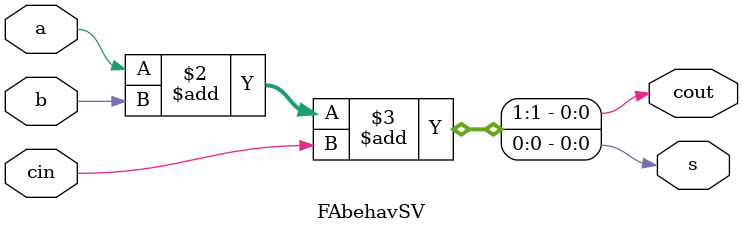
<source format=sv>
module FAbehavSV (a, b, cin, s, cout);
	input a, b, cin;
	output logic s, cout;
	always_comb
		{cout,s} = a + b + cin;
endmodule
</source>
